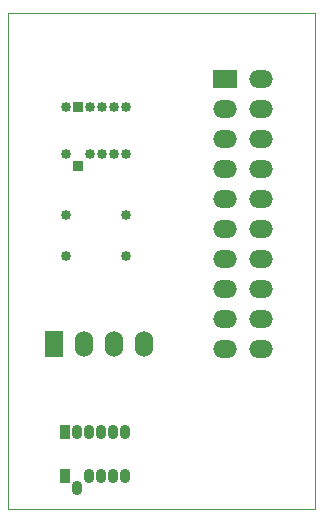
<source format=gbs>
G04 (created by PCBNEW (2013-07-07 BZR 4022)-stable) date 03/02/2014 00:35:57*
%MOIN*%
G04 Gerber Fmt 3.4, Leading zero omitted, Abs format*
%FSLAX34Y34*%
G01*
G70*
G90*
G04 APERTURE LIST*
%ADD10C,0.00590551*%
%ADD11C,0.00393701*%
%ADD12C,0.0334646*%
%ADD13R,0.0787X0.06*%
%ADD14O,0.0787X0.06*%
%ADD15R,0.06X0.0866*%
%ADD16O,0.06X0.0866*%
%ADD17R,0.0334646X0.0334646*%
%ADD18R,0.0346457X0.0472441*%
%ADD19O,0.0346457X0.0472441*%
G04 APERTURE END LIST*
G54D10*
G54D11*
X10236Y-16535D02*
X10236Y-13779D01*
X0Y-16535D02*
X10236Y-16535D01*
X0Y-13779D02*
X0Y-16535D01*
X0Y0D02*
X10236Y0D01*
X0Y-13779D02*
X0Y0D01*
X10236Y0D02*
X10236Y-13779D01*
G54D12*
X1928Y-6742D03*
X3928Y-6742D03*
G54D13*
X7219Y-2187D03*
G54D14*
X8413Y-2187D03*
X7219Y-3187D03*
X8413Y-3187D03*
X7219Y-4187D03*
X8413Y-4187D03*
X7219Y-5187D03*
X8413Y-5187D03*
X7219Y-6187D03*
X8413Y-6187D03*
X7219Y-7187D03*
X8413Y-7187D03*
X7219Y-8187D03*
X8413Y-8187D03*
X7219Y-9187D03*
X8413Y-9187D03*
X7219Y-10187D03*
X8413Y-10187D03*
X7219Y-11187D03*
X8413Y-11187D03*
G54D15*
X1531Y-11023D03*
G54D16*
X2531Y-11023D03*
X3531Y-11023D03*
X4531Y-11023D03*
G54D12*
X2728Y-4692D03*
X3128Y-4692D03*
G54D17*
X2328Y-5092D03*
G54D12*
X3528Y-4692D03*
X1928Y-4692D03*
X3928Y-4692D03*
X2728Y-3142D03*
X3128Y-3142D03*
G54D17*
X2328Y-3142D03*
G54D12*
X3528Y-3142D03*
X1928Y-3142D03*
X3928Y-3142D03*
G54D18*
X1889Y-15433D03*
G54D19*
X2289Y-15833D03*
X2689Y-15433D03*
X3089Y-15433D03*
X3489Y-15433D03*
X3889Y-15433D03*
G54D18*
X1889Y-13976D03*
G54D19*
X2289Y-13976D03*
X2689Y-13976D03*
X3089Y-13976D03*
X3489Y-13976D03*
X3889Y-13976D03*
G54D12*
X1928Y-8092D03*
X3928Y-8092D03*
M02*

</source>
